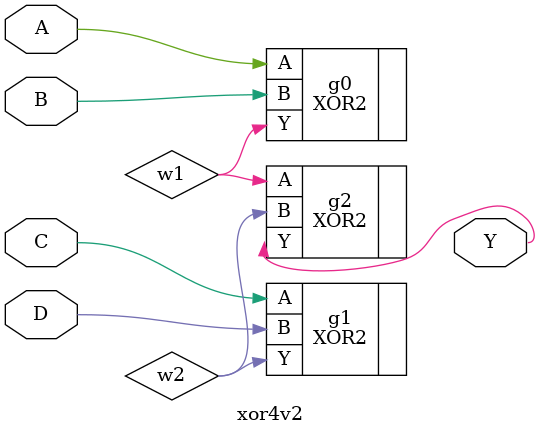
<source format=v>
module xor4v2  ( 
    A, B, C, D,
    Y  );
  input  A, B, C, D;
  output Y;
  wire w1, w2;
  XOR2 g0(.A(A), .B(B), .Y(w1));
  XOR2 g1(.A(C), .B(D), .Y(w2));
  XOR2 g2(.A(w1), .B(w2), .Y(Y));
endmodule


</source>
